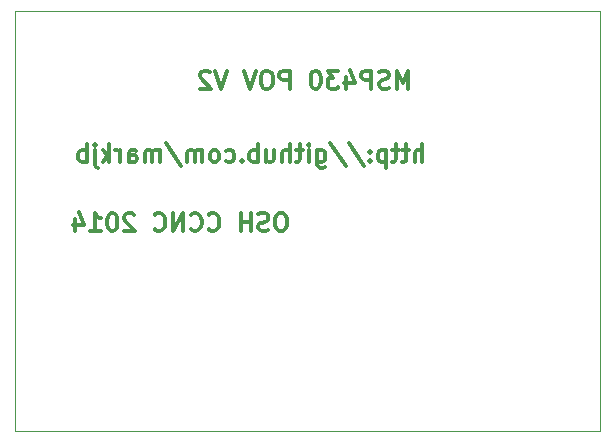
<source format=gbo>
G04 (created by PCBNEW (2013-07-07 BZR 4022)-stable) date 06/07/2014 17:43:10*
%MOIN*%
G04 Gerber Fmt 3.4, Leading zero omitted, Abs format*
%FSLAX34Y34*%
G01*
G70*
G90*
G04 APERTURE LIST*
%ADD10C,0.00590551*%
%ADD11C,0.011811*%
%ADD12C,0.00393701*%
%ADD13C,0.0590551*%
%ADD14C,0.09*%
%ADD15R,0.055X0.055*%
%ADD16C,0.055*%
%ADD17C,0.1*%
G04 APERTURE END LIST*
G54D10*
G54D11*
X42916Y-28748D02*
X42804Y-28748D01*
X42748Y-28776D01*
X42691Y-28832D01*
X42663Y-28945D01*
X42663Y-29142D01*
X42691Y-29254D01*
X42748Y-29310D01*
X42804Y-29339D01*
X42916Y-29339D01*
X42973Y-29310D01*
X43029Y-29254D01*
X43057Y-29142D01*
X43057Y-28945D01*
X43029Y-28832D01*
X42973Y-28776D01*
X42916Y-28748D01*
X42438Y-29310D02*
X42354Y-29339D01*
X42213Y-29339D01*
X42157Y-29310D01*
X42129Y-29282D01*
X42101Y-29226D01*
X42101Y-29170D01*
X42129Y-29114D01*
X42157Y-29085D01*
X42213Y-29057D01*
X42326Y-29029D01*
X42382Y-29001D01*
X42410Y-28973D01*
X42438Y-28917D01*
X42438Y-28860D01*
X42410Y-28804D01*
X42382Y-28776D01*
X42326Y-28748D01*
X42185Y-28748D01*
X42101Y-28776D01*
X41848Y-29339D02*
X41848Y-28748D01*
X41848Y-29029D02*
X41510Y-29029D01*
X41510Y-29339D02*
X41510Y-28748D01*
X40442Y-29282D02*
X40470Y-29310D01*
X40554Y-29339D01*
X40610Y-29339D01*
X40695Y-29310D01*
X40751Y-29254D01*
X40779Y-29198D01*
X40807Y-29085D01*
X40807Y-29001D01*
X40779Y-28889D01*
X40751Y-28832D01*
X40695Y-28776D01*
X40610Y-28748D01*
X40554Y-28748D01*
X40470Y-28776D01*
X40442Y-28804D01*
X39851Y-29282D02*
X39879Y-29310D01*
X39964Y-29339D01*
X40020Y-29339D01*
X40104Y-29310D01*
X40160Y-29254D01*
X40188Y-29198D01*
X40217Y-29085D01*
X40217Y-29001D01*
X40188Y-28889D01*
X40160Y-28832D01*
X40104Y-28776D01*
X40020Y-28748D01*
X39964Y-28748D01*
X39879Y-28776D01*
X39851Y-28804D01*
X39598Y-29339D02*
X39598Y-28748D01*
X39260Y-29339D01*
X39260Y-28748D01*
X38642Y-29282D02*
X38670Y-29310D01*
X38754Y-29339D01*
X38811Y-29339D01*
X38895Y-29310D01*
X38951Y-29254D01*
X38979Y-29198D01*
X39007Y-29085D01*
X39007Y-29001D01*
X38979Y-28889D01*
X38951Y-28832D01*
X38895Y-28776D01*
X38811Y-28748D01*
X38754Y-28748D01*
X38670Y-28776D01*
X38642Y-28804D01*
X37967Y-28804D02*
X37939Y-28776D01*
X37883Y-28748D01*
X37742Y-28748D01*
X37686Y-28776D01*
X37658Y-28804D01*
X37629Y-28860D01*
X37629Y-28917D01*
X37658Y-29001D01*
X37995Y-29339D01*
X37629Y-29339D01*
X37264Y-28748D02*
X37208Y-28748D01*
X37151Y-28776D01*
X37123Y-28804D01*
X37095Y-28860D01*
X37067Y-28973D01*
X37067Y-29114D01*
X37095Y-29226D01*
X37123Y-29282D01*
X37151Y-29310D01*
X37208Y-29339D01*
X37264Y-29339D01*
X37320Y-29310D01*
X37348Y-29282D01*
X37376Y-29226D01*
X37404Y-29114D01*
X37404Y-28973D01*
X37376Y-28860D01*
X37348Y-28804D01*
X37320Y-28776D01*
X37264Y-28748D01*
X36505Y-29339D02*
X36842Y-29339D01*
X36673Y-29339D02*
X36673Y-28748D01*
X36730Y-28832D01*
X36786Y-28889D01*
X36842Y-28917D01*
X35998Y-28945D02*
X35998Y-29339D01*
X36139Y-28720D02*
X36280Y-29142D01*
X35914Y-29142D01*
X47572Y-27039D02*
X47572Y-26448D01*
X47319Y-27039D02*
X47319Y-26729D01*
X47347Y-26673D01*
X47403Y-26645D01*
X47488Y-26645D01*
X47544Y-26673D01*
X47572Y-26701D01*
X47122Y-26645D02*
X46897Y-26645D01*
X47038Y-26448D02*
X47038Y-26954D01*
X47010Y-27010D01*
X46954Y-27039D01*
X46897Y-27039D01*
X46785Y-26645D02*
X46560Y-26645D01*
X46700Y-26448D02*
X46700Y-26954D01*
X46672Y-27010D01*
X46616Y-27039D01*
X46560Y-27039D01*
X46363Y-26645D02*
X46363Y-27235D01*
X46363Y-26673D02*
X46307Y-26645D01*
X46194Y-26645D01*
X46138Y-26673D01*
X46110Y-26701D01*
X46082Y-26757D01*
X46082Y-26926D01*
X46110Y-26982D01*
X46138Y-27010D01*
X46194Y-27039D01*
X46307Y-27039D01*
X46363Y-27010D01*
X45829Y-26982D02*
X45801Y-27010D01*
X45829Y-27039D01*
X45857Y-27010D01*
X45829Y-26982D01*
X45829Y-27039D01*
X45829Y-26673D02*
X45801Y-26701D01*
X45829Y-26729D01*
X45857Y-26701D01*
X45829Y-26673D01*
X45829Y-26729D01*
X45126Y-26420D02*
X45632Y-27179D01*
X44507Y-26420D02*
X45013Y-27179D01*
X44057Y-26645D02*
X44057Y-27123D01*
X44085Y-27179D01*
X44113Y-27207D01*
X44170Y-27235D01*
X44254Y-27235D01*
X44310Y-27207D01*
X44057Y-27010D02*
X44113Y-27039D01*
X44226Y-27039D01*
X44282Y-27010D01*
X44310Y-26982D01*
X44338Y-26926D01*
X44338Y-26757D01*
X44310Y-26701D01*
X44282Y-26673D01*
X44226Y-26645D01*
X44113Y-26645D01*
X44057Y-26673D01*
X43776Y-27039D02*
X43776Y-26645D01*
X43776Y-26448D02*
X43804Y-26476D01*
X43776Y-26504D01*
X43748Y-26476D01*
X43776Y-26448D01*
X43776Y-26504D01*
X43579Y-26645D02*
X43354Y-26645D01*
X43495Y-26448D02*
X43495Y-26954D01*
X43466Y-27010D01*
X43410Y-27039D01*
X43354Y-27039D01*
X43157Y-27039D02*
X43157Y-26448D01*
X42904Y-27039D02*
X42904Y-26729D01*
X42932Y-26673D01*
X42988Y-26645D01*
X43073Y-26645D01*
X43129Y-26673D01*
X43157Y-26701D01*
X42370Y-26645D02*
X42370Y-27039D01*
X42623Y-26645D02*
X42623Y-26954D01*
X42595Y-27010D01*
X42538Y-27039D01*
X42454Y-27039D01*
X42398Y-27010D01*
X42370Y-26982D01*
X42089Y-27039D02*
X42089Y-26448D01*
X42089Y-26673D02*
X42032Y-26645D01*
X41920Y-26645D01*
X41864Y-26673D01*
X41835Y-26701D01*
X41807Y-26757D01*
X41807Y-26926D01*
X41835Y-26982D01*
X41864Y-27010D01*
X41920Y-27039D01*
X42032Y-27039D01*
X42089Y-27010D01*
X41554Y-26982D02*
X41526Y-27010D01*
X41554Y-27039D01*
X41582Y-27010D01*
X41554Y-26982D01*
X41554Y-27039D01*
X41020Y-27010D02*
X41076Y-27039D01*
X41189Y-27039D01*
X41245Y-27010D01*
X41273Y-26982D01*
X41301Y-26926D01*
X41301Y-26757D01*
X41273Y-26701D01*
X41245Y-26673D01*
X41189Y-26645D01*
X41076Y-26645D01*
X41020Y-26673D01*
X40682Y-27039D02*
X40739Y-27010D01*
X40767Y-26982D01*
X40795Y-26926D01*
X40795Y-26757D01*
X40767Y-26701D01*
X40739Y-26673D01*
X40682Y-26645D01*
X40598Y-26645D01*
X40542Y-26673D01*
X40514Y-26701D01*
X40486Y-26757D01*
X40486Y-26926D01*
X40514Y-26982D01*
X40542Y-27010D01*
X40598Y-27039D01*
X40682Y-27039D01*
X40233Y-27039D02*
X40233Y-26645D01*
X40233Y-26701D02*
X40204Y-26673D01*
X40148Y-26645D01*
X40064Y-26645D01*
X40008Y-26673D01*
X39979Y-26729D01*
X39979Y-27039D01*
X39979Y-26729D02*
X39951Y-26673D01*
X39895Y-26645D01*
X39811Y-26645D01*
X39754Y-26673D01*
X39726Y-26729D01*
X39726Y-27039D01*
X39023Y-26420D02*
X39529Y-27179D01*
X38826Y-27039D02*
X38826Y-26645D01*
X38826Y-26701D02*
X38798Y-26673D01*
X38742Y-26645D01*
X38658Y-26645D01*
X38601Y-26673D01*
X38573Y-26729D01*
X38573Y-27039D01*
X38573Y-26729D02*
X38545Y-26673D01*
X38489Y-26645D01*
X38405Y-26645D01*
X38348Y-26673D01*
X38320Y-26729D01*
X38320Y-27039D01*
X37786Y-27039D02*
X37786Y-26729D01*
X37814Y-26673D01*
X37870Y-26645D01*
X37983Y-26645D01*
X38039Y-26673D01*
X37786Y-27010D02*
X37842Y-27039D01*
X37983Y-27039D01*
X38039Y-27010D01*
X38067Y-26954D01*
X38067Y-26898D01*
X38039Y-26842D01*
X37983Y-26814D01*
X37842Y-26814D01*
X37786Y-26785D01*
X37505Y-27039D02*
X37505Y-26645D01*
X37505Y-26757D02*
X37477Y-26701D01*
X37448Y-26673D01*
X37392Y-26645D01*
X37336Y-26645D01*
X37139Y-27039D02*
X37139Y-26448D01*
X37083Y-26814D02*
X36914Y-27039D01*
X36914Y-26645D02*
X37139Y-26870D01*
X36661Y-26645D02*
X36661Y-27151D01*
X36689Y-27207D01*
X36745Y-27235D01*
X36774Y-27235D01*
X36661Y-26448D02*
X36689Y-26476D01*
X36661Y-26504D01*
X36633Y-26476D01*
X36661Y-26448D01*
X36661Y-26504D01*
X36380Y-27039D02*
X36380Y-26448D01*
X36380Y-26673D02*
X36324Y-26645D01*
X36211Y-26645D01*
X36155Y-26673D01*
X36127Y-26701D01*
X36099Y-26757D01*
X36099Y-26926D01*
X36127Y-26982D01*
X36155Y-27010D01*
X36211Y-27039D01*
X36324Y-27039D01*
X36380Y-27010D01*
X47108Y-24589D02*
X47108Y-23998D01*
X46912Y-24420D01*
X46715Y-23998D01*
X46715Y-24589D01*
X46462Y-24560D02*
X46377Y-24589D01*
X46237Y-24589D01*
X46180Y-24560D01*
X46152Y-24532D01*
X46124Y-24476D01*
X46124Y-24420D01*
X46152Y-24364D01*
X46180Y-24335D01*
X46237Y-24307D01*
X46349Y-24279D01*
X46405Y-24251D01*
X46434Y-24223D01*
X46462Y-24167D01*
X46462Y-24110D01*
X46434Y-24054D01*
X46405Y-24026D01*
X46349Y-23998D01*
X46209Y-23998D01*
X46124Y-24026D01*
X45871Y-24589D02*
X45871Y-23998D01*
X45646Y-23998D01*
X45590Y-24026D01*
X45562Y-24054D01*
X45534Y-24110D01*
X45534Y-24195D01*
X45562Y-24251D01*
X45590Y-24279D01*
X45646Y-24307D01*
X45871Y-24307D01*
X45027Y-24195D02*
X45027Y-24589D01*
X45168Y-23970D02*
X45309Y-24392D01*
X44943Y-24392D01*
X44774Y-23998D02*
X44409Y-23998D01*
X44606Y-24223D01*
X44521Y-24223D01*
X44465Y-24251D01*
X44437Y-24279D01*
X44409Y-24335D01*
X44409Y-24476D01*
X44437Y-24532D01*
X44465Y-24560D01*
X44521Y-24589D01*
X44690Y-24589D01*
X44746Y-24560D01*
X44774Y-24532D01*
X44043Y-23998D02*
X43987Y-23998D01*
X43931Y-24026D01*
X43903Y-24054D01*
X43874Y-24110D01*
X43846Y-24223D01*
X43846Y-24364D01*
X43874Y-24476D01*
X43903Y-24532D01*
X43931Y-24560D01*
X43987Y-24589D01*
X44043Y-24589D01*
X44099Y-24560D01*
X44128Y-24532D01*
X44156Y-24476D01*
X44184Y-24364D01*
X44184Y-24223D01*
X44156Y-24110D01*
X44128Y-24054D01*
X44099Y-24026D01*
X44043Y-23998D01*
X43143Y-24589D02*
X43143Y-23998D01*
X42918Y-23998D01*
X42862Y-24026D01*
X42834Y-24054D01*
X42806Y-24110D01*
X42806Y-24195D01*
X42834Y-24251D01*
X42862Y-24279D01*
X42918Y-24307D01*
X43143Y-24307D01*
X42440Y-23998D02*
X42328Y-23998D01*
X42272Y-24026D01*
X42215Y-24082D01*
X42187Y-24195D01*
X42187Y-24392D01*
X42215Y-24504D01*
X42272Y-24560D01*
X42328Y-24589D01*
X42440Y-24589D01*
X42497Y-24560D01*
X42553Y-24504D01*
X42581Y-24392D01*
X42581Y-24195D01*
X42553Y-24082D01*
X42497Y-24026D01*
X42440Y-23998D01*
X42018Y-23998D02*
X41822Y-24589D01*
X41625Y-23998D01*
X41062Y-23998D02*
X40865Y-24589D01*
X40669Y-23998D01*
X40500Y-24054D02*
X40472Y-24026D01*
X40416Y-23998D01*
X40275Y-23998D01*
X40219Y-24026D01*
X40191Y-24054D01*
X40162Y-24110D01*
X40162Y-24167D01*
X40191Y-24251D01*
X40528Y-24589D01*
X40162Y-24589D01*
G54D12*
X34000Y-22000D02*
X34000Y-28000D01*
X53500Y-22000D02*
X34000Y-22000D01*
X53500Y-36000D02*
X53500Y-22000D01*
X34000Y-36000D02*
X53500Y-36000D01*
X34000Y-28000D02*
X34000Y-36000D01*
%LPC*%
G54D13*
X36200Y-34500D03*
X37200Y-34500D03*
G54D14*
X35500Y-28000D03*
X43500Y-28000D03*
G54D15*
X52050Y-30500D03*
G54D16*
X52050Y-29500D03*
X52050Y-28500D03*
X52050Y-27500D03*
G54D15*
X50000Y-30500D03*
G54D16*
X50000Y-29500D03*
X50000Y-28500D03*
X50000Y-27500D03*
G54D15*
X37000Y-23000D03*
G54D16*
X36000Y-23000D03*
X35000Y-23000D03*
X51250Y-33000D03*
X52250Y-33000D03*
X49000Y-33000D03*
X50000Y-33000D03*
X46750Y-33000D03*
X47750Y-33000D03*
X44500Y-33000D03*
X45500Y-33000D03*
X42250Y-33000D03*
X43250Y-33000D03*
X40000Y-33000D03*
X41000Y-33000D03*
X37750Y-33000D03*
X38750Y-33000D03*
X35500Y-33000D03*
X36500Y-33000D03*
G54D13*
X50600Y-34500D03*
X51600Y-34500D03*
X48500Y-34500D03*
X49500Y-34500D03*
X46450Y-34500D03*
X47450Y-34500D03*
X44400Y-34500D03*
X45400Y-34500D03*
X42350Y-34500D03*
X43350Y-34500D03*
X40300Y-34500D03*
X41300Y-34500D03*
X38250Y-34500D03*
X39250Y-34500D03*
G54D15*
X51700Y-22750D03*
G54D16*
X50700Y-22750D03*
X49700Y-22750D03*
X48700Y-22750D03*
X47700Y-22750D03*
X46700Y-22750D03*
X45700Y-22750D03*
X44700Y-22750D03*
X43700Y-22750D03*
X42700Y-22750D03*
X42700Y-25750D03*
X43700Y-25750D03*
X44700Y-25750D03*
X45700Y-25750D03*
X46700Y-25750D03*
X47700Y-25750D03*
X48700Y-25750D03*
X49700Y-25750D03*
X50700Y-25750D03*
X51700Y-25750D03*
X51950Y-31800D03*
X52950Y-31800D03*
X52850Y-23750D03*
X52850Y-24750D03*
G54D17*
X34850Y-24350D03*
X34900Y-31700D03*
M02*

</source>
